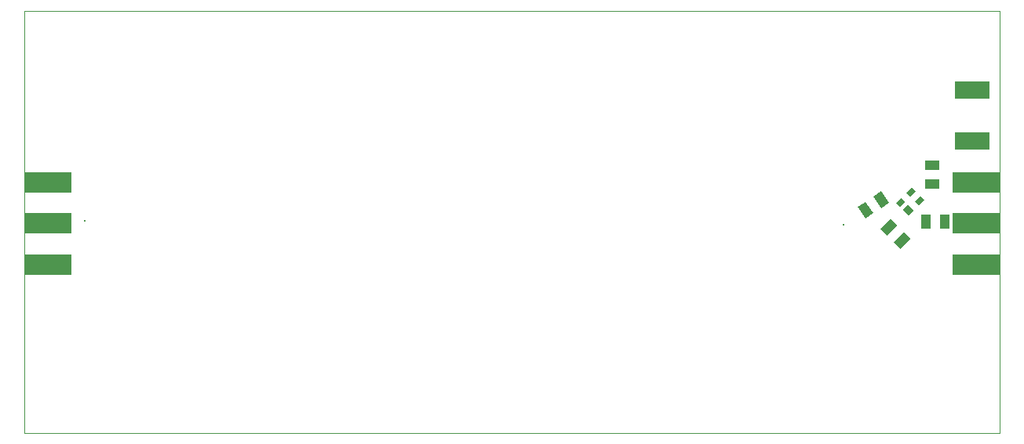
<source format=gtp>
G75*
G70*
%OFA0B0*%
%FSLAX24Y24*%
%IPPOS*%
%LPD*%
%AMOC8*
5,1,8,0,0,1.08239X$1,22.5*
%
%ADD10C,0.0000*%
%ADD11R,0.0236X0.0315*%
%ADD12R,0.0354X0.0315*%
%ADD13R,0.0400X0.0600*%
%ADD14R,0.2000X0.0900*%
%ADD15R,0.1500X0.0760*%
%ADD16R,0.0600X0.0400*%
%ADD17R,0.0080X0.0080*%
D10*
X003851Y000105D02*
X003851Y018100D01*
X045288Y018100D01*
X045288Y000105D01*
X003851Y000105D01*
X003851Y006843D02*
X003851Y011243D01*
X045288Y011243D02*
X045288Y006843D01*
D11*
G36*
X041045Y009744D02*
X040878Y009911D01*
X041099Y010132D01*
X041266Y009965D01*
X041045Y009744D01*
G37*
G36*
X041852Y009828D02*
X041685Y009995D01*
X041906Y010216D01*
X042073Y010049D01*
X041852Y009828D01*
G37*
G36*
X041490Y010190D02*
X041323Y010357D01*
X041544Y010578D01*
X041711Y010411D01*
X041490Y010190D01*
G37*
D12*
G36*
X041406Y009382D02*
X041156Y009632D01*
X041378Y009854D01*
X041628Y009604D01*
X041406Y009382D01*
G37*
D13*
X042138Y009105D03*
X042938Y009105D03*
G36*
X041063Y007969D02*
X040780Y008252D01*
X041203Y008675D01*
X041486Y008392D01*
X041063Y007969D01*
G37*
G36*
X040498Y008535D02*
X040215Y008818D01*
X040638Y009241D01*
X040921Y008958D01*
X040498Y008535D01*
G37*
G36*
X039910Y009473D02*
X039578Y009251D01*
X039246Y009749D01*
X039578Y009971D01*
X039910Y009473D01*
G37*
G36*
X040575Y009916D02*
X040243Y009694D01*
X039911Y010192D01*
X040243Y010414D01*
X040575Y009916D01*
G37*
D14*
X044278Y010783D03*
X044278Y009043D03*
X044278Y007303D03*
X004861Y007303D03*
X004861Y009043D03*
X004861Y010783D03*
D15*
X044101Y012543D03*
X044101Y014730D03*
D16*
X042413Y011505D03*
X042413Y010705D03*
D17*
X038663Y008980D03*
X006413Y009168D03*
M02*

</source>
